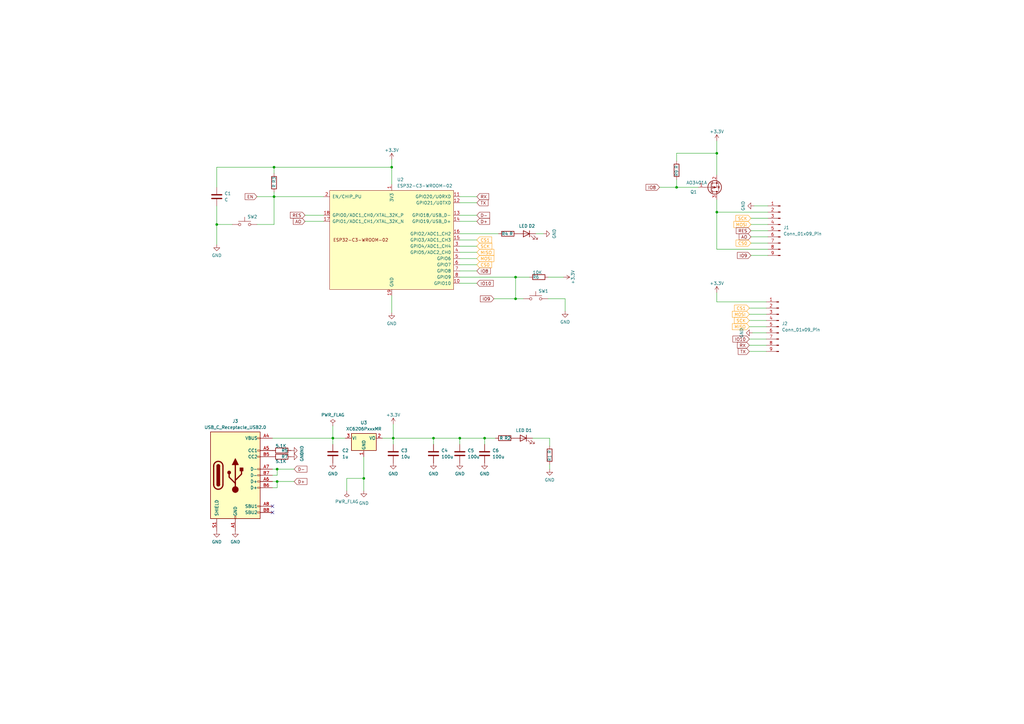
<source format=kicad_sch>
(kicad_sch (version 20230121) (generator eeschema)
  (paper "A3")
  (lib_symbols
    (symbol "Connector:Conn_01x09_Pin" (pin_names (offset 1.016) hide)
      (property "Reference" "J" (at 0 12.7 0))
      (property "Value" "Conn_01x09_Pin" (at 0 -12.7 0))
      (symbol "Conn_01x09_Pin_1_1"
        (polyline (pts (xy 1.27 -10.16) (xy 0.8636 -10.16)) (stroke (width 0.1524)))
        (polyline (pts (xy 1.27 -7.62) (xy 0.8636 -7.62)) (stroke (width 0.1524)))
        (polyline (pts (xy 1.27 -5.08) (xy 0.8636 -5.08)) (stroke (width 0.1524)))
        (polyline (pts (xy 1.27 -2.54) (xy 0.8636 -2.54)) (stroke (width 0.1524)))
        (polyline (pts (xy 1.27 0) (xy 0.8636 0)) (stroke (width 0.1524)))
        (polyline (pts (xy 1.27 2.54) (xy 0.8636 2.54)) (stroke (width 0.1524)))
        (polyline (pts (xy 1.27 5.08) (xy 0.8636 5.08)) (stroke (width 0.1524)))
        (polyline (pts (xy 1.27 7.62) (xy 0.8636 7.62)) (stroke (width 0.1524)))
        (polyline (pts (xy 1.27 10.16) (xy 0.8636 10.16)) (stroke (width 0.1524)))
        (rectangle (start 0.8636 -10.033) (end 0 -10.287) (stroke (width 0.1524)) (fill (type outline)))
        (rectangle (start 0.8636 -7.493) (end 0 -7.747) (stroke (width 0.1524)) (fill (type outline)))
        (rectangle (start 0.8636 -4.953) (end 0 -5.207) (stroke (width 0.1524)) (fill (type outline)))
        (rectangle (start 0.8636 -2.413) (end 0 -2.667) (stroke (width 0.1524)) (fill (type outline)))
        (rectangle (start 0.8636 0.127) (end 0 -0.127) (stroke (width 0.1524)) (fill (type outline)))
        (rectangle (start 0.8636 2.667) (end 0 2.413) (stroke (width 0.1524)) (fill (type outline)))
        (rectangle (start 0.8636 5.207) (end 0 4.953) (stroke (width 0.1524)) (fill (type outline)))
        (rectangle (start 0.8636 7.747) (end 0 7.493) (stroke (width 0.1524)) (fill (type outline)))
        (rectangle (start 0.8636 10.287) (end 0 10.033) (stroke (width 0.1524)) (fill (type outline)))
        (pin passive line (at 5.08 10.16 180) (length 3.81) (name "Pin_1") (number "1"))
        (pin passive line (at 5.08 7.62 180) (length 3.81) (name "Pin_2") (number "2"))
        (pin passive line (at 5.08 5.08 180) (length 3.81) (name "Pin_3") (number "3"))
        (pin passive line (at 5.08 2.54 180) (length 3.81) (name "Pin_4") (number "4"))
        (pin passive line (at 5.08 0 180) (length 3.81) (name "Pin_5") (number "5"))
        (pin passive line (at 5.08 -2.54 180) (length 3.81) (name "Pin_6") (number "6"))
        (pin passive line (at 5.08 -5.08 180) (length 3.81) (name "Pin_7") (number "7"))
        (pin passive line (at 5.08 -7.62 180) (length 3.81) (name "Pin_8") (number "8"))
        (pin passive line (at 5.08 -10.16 180) (length 3.81) (name "Pin_9") (number "9"))
      )
    )
    (symbol "Connector:USB_C_Receptacle_USB2.0" (pin_names (offset 1.016))
      (property "Reference" "J" (at -10.16 19.05 0))
      (property "Value" "USB_C_Receptacle_USB2.0" (at 19.05 19.05 0))
      (symbol "USB_C_Receptacle_USB2.0_0_0"
        (rectangle (start -0.254 -17.78) (end 0.254 -16.764))
        (rectangle (start 10.16 -14.986) (end 9.144 -15.494))
        (rectangle (start 10.16 -12.446) (end 9.144 -12.954))
        (rectangle (start 10.16 -4.826) (end 9.144 -5.334))
        (rectangle (start 10.16 -2.286) (end 9.144 -2.794))
        (rectangle (start 10.16 0.254) (end 9.144 -0.254))
        (rectangle (start 10.16 2.794) (end 9.144 2.286))
        (rectangle (start 10.16 7.874) (end 9.144 7.366))
        (rectangle (start 10.16 10.414) (end 9.144 9.906))
        (rectangle (start 10.16 15.494) (end 9.144 14.986))
      )
      (symbol "USB_C_Receptacle_USB2.0_0_1"
        (rectangle (start -10.16 17.78) (end 10.16 -17.78) (stroke (width 0.254)) (fill (type background)))
        (arc (start -8.89 -3.81) (mid -6.985 -5.7067) (end -5.08 -3.81) (stroke (width 0.508)))
        (arc (start -7.62 -3.81) (mid -6.985 -4.4423) (end -6.35 -3.81) (stroke (width 0.254)))
        (arc (start -7.62 -3.81) (mid -6.985 -4.4423) (end -6.35 -3.81) (stroke (width 0.254)) (fill (type outline)))
        (rectangle (start -7.62 -3.81) (end -6.35 3.81) (stroke (width 0.254)) (fill (type outline)))
        (arc (start -6.35 3.81) (mid -6.985 4.4423) (end -7.62 3.81) (stroke (width 0.254)))
        (arc (start -6.35 3.81) (mid -6.985 4.4423) (end -7.62 3.81) (stroke (width 0.254)) (fill (type outline)))
        (arc (start -5.08 3.81) (mid -6.985 5.7067) (end -8.89 3.81) (stroke (width 0.508)))
        (circle (center -2.54 1.143) (radius 0.635) (stroke (width 0.254)) (fill (type outline)))
        (circle (center 0 -5.842) (radius 1.27) (fill (type outline)))
        (polyline (pts (xy -8.89 -3.81) (xy -8.89 3.81)) (stroke (width 0.508)))
        (polyline (pts (xy -5.08 3.81) (xy -5.08 -3.81)) (stroke (width 0.508)))
        (polyline (pts (xy 0 -5.842) (xy 0 4.318)) (stroke (width 0.508)))
        (polyline (pts (xy 0 -3.302) (xy -2.54 -0.762) (xy -2.54 0.508)) (stroke (width 0.508)))
        (polyline (pts (xy 0 -2.032) (xy 2.54 0.508) (xy 2.54 1.778)) (stroke (width 0.508)))
        (polyline (pts (xy -1.27 4.318) (xy 0 6.858) (xy 1.27 4.318) (xy -1.27 4.318)) (stroke (width 0.254)) (fill (type outline)))
        (rectangle (start 1.905 1.778) (end 3.175 3.048) (stroke (width 0.254)) (fill (type outline)))
      )
      (symbol "USB_C_Receptacle_USB2.0_1_1"
        (pin passive line (at 0 -22.86 90) (length 5.08) (name "GND") (number "A1"))
        (pin passive line (at 0 -22.86 90) (length 5.08) hide (name "GND") (number "A12"))
        (pin passive line (at 15.24 15.24 180) (length 5.08) (name "VBUS") (number "A4"))
        (pin bidirectional line (at 15.24 10.16 180) (length 5.08) (name "CC1") (number "A5"))
        (pin bidirectional line (at 15.24 -2.54 180) (length 5.08) (name "D+") (number "A6"))
        (pin bidirectional line (at 15.24 2.54 180) (length 5.08) (name "D-") (number "A7"))
        (pin bidirectional line (at 15.24 -12.7 180) (length 5.08) (name "SBU1") (number "A8"))
        (pin passive line (at 15.24 15.24 180) (length 5.08) hide (name "VBUS") (number "A9"))
        (pin passive line (at 0 -22.86 90) (length 5.08) hide (name "GND") (number "B1"))
        (pin passive line (at 0 -22.86 90) (length 5.08) hide (name "GND") (number "B12"))
        (pin passive line (at 15.24 15.24 180) (length 5.08) hide (name "VBUS") (number "B4"))
        (pin bidirectional line (at 15.24 7.62 180) (length 5.08) (name "CC2") (number "B5"))
        (pin bidirectional line (at 15.24 -5.08 180) (length 5.08) (name "D+") (number "B6"))
        (pin bidirectional line (at 15.24 0 180) (length 5.08) (name "D-") (number "B7"))
        (pin bidirectional line (at 15.24 -15.24 180) (length 5.08) (name "SBU2") (number "B8"))
        (pin passive line (at 15.24 15.24 180) (length 5.08) hide (name "VBUS") (number "B9"))
        (pin passive line (at -7.62 -22.86 90) (length 5.08) (name "SHIELD") (number "S1"))
      )
    )
    (symbol "Device:C" (pin_numbers hide) (pin_names (offset 0.254))
      (property "Reference" "C" (at 0.635 2.54 0))
      (property "Value" "C" (at 0.635 -2.54 0))
      (symbol "C_0_1"
        (polyline (pts (xy -2.032 -0.762) (xy 2.032 -0.762)) (stroke (width 0.508)))
        (polyline (pts (xy -2.032 0.762) (xy 2.032 0.762)) (stroke (width 0.508)))
      )
      (symbol "C_1_1"
        (pin passive line (at 0 3.81 270) (length 2.794) (name "~") (number "1"))
        (pin passive line (at 0 -3.81 90) (length 2.794) (name "~") (number "2"))
      )
    )
    (symbol "Device:LED" (pin_numbers hide) (pin_names (offset 1.016) hide)
      (property "Reference" "D" (at 0 2.54 0))
      (property "Value" "LED" (at 0 -2.54 0))
      (symbol "LED_0_1"
        (polyline (pts (xy -1.27 -1.27) (xy -1.27 1.27)) (stroke (width 0.254)))
        (polyline (pts (xy -1.27 0) (xy 1.27 0)))
        (polyline (pts (xy 1.27 -1.27) (xy 1.27 1.27) (xy -1.27 0) (xy 1.27 -1.27)) (stroke (width 0.254)))
        (polyline (pts (xy -3.048 -0.762) (xy -4.572 -2.286) (xy -3.81 -2.286) (xy -4.572 -2.286) (xy -4.572 -1.524)))
        (polyline (pts (xy -1.778 -0.762) (xy -3.302 -2.286) (xy -2.54 -2.286) (xy -3.302 -2.286) (xy -3.302 -1.524)))
      )
      (symbol "LED_1_1"
        (pin passive line (at -3.81 0 0) (length 2.54) (name "K") (number "1"))
        (pin passive line (at 3.81 0 180) (length 2.54) (name "A") (number "2"))
      )
    )
    (symbol "Device:R" (pin_numbers hide) (pin_names (offset 0))
      (property "Reference" "R" (at 2.032 0 90))
      (property "Value" "R" (at 0 0 90))
      (symbol "R_0_1"
        (rectangle (start -1.016 -2.54) (end 1.016 2.54) (stroke (width 0.254)))
      )
      (symbol "R_1_1"
        (pin passive line (at 0 3.81 270) (length 1.27) (name "~") (number "1"))
        (pin passive line (at 0 -3.81 90) (length 1.27) (name "~") (number "2"))
      )
    )
    (symbol "Espressif:ESP32-C3-WROOM-02" (pin_names (offset 1.016))
      (property "Reference" "U" (at -25.4 25.4 0))
      (property "Value" "ESP32-C3-WROOM-02" (at -25.4 22.86 0))
      (symbol "ESP32-C3-WROOM-02_0_0"
        (text "ESP32-C3-WROOM-02" (at -12.7 0 0) (effects (font (size 1.27 1.27))))
      )
      (symbol "ESP32-C3-WROOM-02_0_1"
        (rectangle (start 25.4 20.32) (end -25.4 -20.32) (fill (type background)))
      )
      (symbol "ESP32-C3-WROOM-02_1_1"
        (pin power_in line (at 0 22.86 270) (length 2.54) (name "3V3") (number "1"))
        (pin bidirectional line (at 27.94 -17.78 180) (length 2.54) (name "GPIO10") (number "10"))
        (pin bidirectional line (at 27.94 17.78 180) (length 2.54) (name "GPIO20/U0RXD") (number "11"))
        (pin bidirectional line (at 27.94 15.24 180) (length 2.54) (name "GPIO21/U0TXD") (number "12"))
        (pin bidirectional line (at 27.94 10.16 180) (length 2.54) (name "GPIO18/USB_D-") (number "13"))
        (pin bidirectional line (at 27.94 7.62 180) (length 2.54) (name "GPIO19/USB_D+") (number "14"))
        (pin bidirectional line (at 27.94 0 180) (length 2.54) (name "GPIO3/ADC1_CH3") (number "15"))
        (pin bidirectional line (at 27.94 2.54 180) (length 2.54) (name "GPIO2/ADC1_CH2") (number "16"))
        (pin bidirectional line (at -27.94 7.62 0) (length 2.54) (name "GPIO1/ADC1_CH1/XTAL_32K_N") (number "17"))
        (pin bidirectional line (at -27.94 10.16 0) (length 2.54) (name "GPIO0/ADC1_CH0/XTAL_32K_P") (number "18"))
        (pin power_in line (at 0 -22.86 90) (length 2.54) (name "GND") (number "19"))
        (pin input line (at -27.94 17.78 0) (length 2.54) (name "EN/CHIP_PU") (number "2"))
        (pin bidirectional line (at 27.94 -2.54 180) (length 2.54) (name "GPIO4/ADC1_CH4") (number "3"))
        (pin bidirectional line (at 27.94 -5.08 180) (length 2.54) (name "GPIO5/ADC2_CH0") (number "4"))
        (pin bidirectional line (at 27.94 -7.62 180) (length 2.54) (name "GPIO6") (number "5"))
        (pin bidirectional line (at 27.94 -10.16 180) (length 2.54) (name "GPIO7") (number "6"))
        (pin bidirectional line (at 27.94 -12.7 180) (length 2.54) (name "GPIO8") (number "7"))
        (pin bidirectional line (at 27.94 -15.24 180) (length 2.54) (name "GPIO9") (number "8"))
        (pin passive line (at 0 -22.86 90) (length 2.54) hide (name "GND") (number "9"))
      )
    )
    (symbol "Regulator_Linear:XC6206PxxxMR" (pin_names (offset 0.254))
      (property "Reference" "U" (at -3.81 3.175 0))
      (property "Value" "XC6206PxxxMR" (at 0 3.175 0))
      (symbol "XC6206PxxxMR_0_1"
        (rectangle (start -5.08 1.905) (end 5.08 -5.08) (stroke (width 0.254)) (fill (type background)))
      )
      (symbol "XC6206PxxxMR_1_1"
        (pin power_in line (at 0 -7.62 90) (length 2.54) (name "GND") (number "1"))
        (pin power_out line (at 7.62 0 180) (length 2.54) (name "VO") (number "2"))
        (pin power_in line (at -7.62 0 0) (length 2.54) (name "VI") (number "3"))
      )
    )
    (symbol "Switch:SW_Push" (pin_numbers hide) (pin_names (offset 1.016) hide)
      (property "Reference" "SW" (at 1.27 2.54 0))
      (property "Value" "SW_Push" (at 0 -1.524 0))
      (symbol "SW_Push_0_1"
        (circle (center -2.032 0) (radius 0.508))
        (polyline (pts (xy 0 1.27) (xy 0 3.048)))
        (polyline (pts (xy 2.54 1.27) (xy -2.54 1.27)))
        (circle (center 2.032 0) (radius 0.508))
        (pin passive line (at -5.08 0 0) (length 2.54) (name "1") (number "1"))
        (pin passive line (at 5.08 0 180) (length 2.54) (name "2") (number "2"))
      )
    )
    (symbol "Transistor_FET:AO3401A" (pin_names hide)
      (property "Reference" "Q" (at 5.08 1.905 0))
      (property "Value" "AO3401A" (at 5.08 0 0))
      (symbol "AO3401A_0_1"
        (polyline (pts (xy 0.254 0) (xy -2.54 0)))
        (polyline (pts (xy 0.254 1.905) (xy 0.254 -1.905)) (stroke (width 0.254)))
        (polyline (pts (xy 0.762 -1.27) (xy 0.762 -2.286)) (stroke (width 0.254)))
        (polyline (pts (xy 0.762 0.508) (xy 0.762 -0.508)) (stroke (width 0.254)))
        (polyline (pts (xy 0.762 2.286) (xy 0.762 1.27)) (stroke (width 0.254)))
        (polyline (pts (xy 2.54 2.54) (xy 2.54 1.778)))
        (polyline (pts (xy 2.54 -2.54) (xy 2.54 0) (xy 0.762 0)))
        (polyline (pts (xy 0.762 1.778) (xy 3.302 1.778) (xy 3.302 -1.778) (xy 0.762 -1.778)))
        (polyline (pts (xy 2.286 0) (xy 1.27 0.381) (xy 1.27 -0.381) (xy 2.286 0)) (fill (type outline)))
        (polyline (pts (xy 2.794 -0.508) (xy 2.921 -0.381) (xy 3.683 -0.381) (xy 3.81 -0.254)))
        (polyline (pts (xy 3.302 -0.381) (xy 2.921 0.254) (xy 3.683 0.254) (xy 3.302 -0.381)))
        (circle (center 1.651 0) (radius 2.794) (stroke (width 0.254)))
        (circle (center 2.54 -1.778) (radius 0.254) (fill (type outline)))
        (circle (center 2.54 1.778) (radius 0.254) (fill (type outline)))
      )
      (symbol "AO3401A_1_1"
        (pin input line (at -5.08 0 0) (length 2.54) (name "G") (number "1"))
        (pin passive line (at 2.54 -5.08 90) (length 2.54) (name "S") (number "2"))
        (pin passive line (at 2.54 5.08 270) (length 2.54) (name "D") (number "3"))
      )
    )
    (symbol "power:+3.3V" (power) (pin_names (offset 0))
      (property "Value" "+3.3V" (at 0 3.556 0))
      (symbol "+3.3V_0_1"
        (polyline (pts (xy -0.762 1.27) (xy 0 2.54)))
        (polyline (pts (xy 0 0) (xy 0 2.54)))
        (polyline (pts (xy 0 2.54) (xy 0.762 1.27)))
      )
      (symbol "+3.3V_1_1"
        (pin power_in line (at 0 0 90) (length 0) hide (name "+3.3V") (number "1"))
      )
    )
    (symbol "power:GND" (power) (pin_names (offset 0))
      (property "Value" "GND" (at 0 -3.81 0))
      (symbol "GND_0_1"
        (polyline (pts (xy 0 0) (xy 0 -1.27) (xy 1.27 -1.27) (xy 0 -2.54) (xy -1.27 -1.27) (xy 0 -1.27)))
      )
      (symbol "GND_1_1"
        (pin power_in line (at 0 0 270) (length 0) hide (name "GND") (number "1"))
      )
    )
    (symbol "power:PWR_FLAG" (power) (pin_numbers hide) (pin_names (offset 0) hide)
      (property "Value" "PWR_FLAG" (at 0 3.81 0))
      (symbol "PWR_FLAG_0_0"
        (pin power_out line (at 0 0 90) (length 0) (name "pwr") (number "1"))
      )
      (symbol "PWR_FLAG_0_1"
        (polyline (pts (xy 0 0) (xy 0 1.27) (xy -1.016 1.905) (xy 0 2.54) (xy 1.016 1.905) (xy 0 1.27)))
      )
    )
  )
  (junction (at 160.655 68.58))
  (junction (at 211.455 113.665))
  (junction (at 112.395 80.645))
  (junction (at 211.455 122.555))
  (junction (at 112.395 68.58))
  (junction (at 294.005 62.865))
  (junction (at 113.665 192.405))
  (junction (at 294.005 86.995))
  (junction (at 161.29 179.705))
  (junction (at 177.8 179.705))
  (junction (at 188.595 179.705))
  (junction (at 277.495 76.835))
  (junction (at 198.755 179.705))
  (junction (at 88.9 92.075))
  (junction (at 136.525 179.705))
  (junction (at 113.665 197.485))
  (junction (at 149.225 196.215))
  (no_connect (at 111.76 210.185))
  (no_connect (at 111.76 207.645))
  (wire (pts (xy 195.58 103.505) (xy 188.595 103.505)))
  (wire (pts (xy 161.29 179.705) (xy 161.29 182.245)))
  (wire (pts (xy 136.525 174.625) (xy 136.525 179.705)))
  (wire (pts (xy 125.095 90.805) (xy 132.715 90.805)))
  (wire (pts (xy 294.005 62.865) (xy 294.005 71.755)))
  (wire (pts (xy 142.24 201.295) (xy 142.24 196.215)))
  (wire (pts (xy 188.595 179.705) (xy 198.755 179.705)))
  (wire (pts (xy 277.495 73.66) (xy 277.495 76.835)))
  (wire (pts (xy 219.71 95.885) (xy 222.885 95.885)))
  (wire (pts (xy 307.34 128.905) (xy 314.325 128.905)))
  (wire (pts (xy 307.975 94.615) (xy 314.96 94.615)))
  (wire (pts (xy 112.395 68.58) (xy 112.395 71.12)))
  (wire (pts (xy 111.76 200.025) (xy 113.665 200.025)))
  (wire (pts (xy 112.395 68.58) (xy 160.655 68.58)))
  (wire (pts (xy 307.34 126.365) (xy 314.325 126.365)))
  (wire (pts (xy 294.005 102.235) (xy 294.005 86.995)))
  (wire (pts (xy 88.9 84.455) (xy 88.9 92.075)))
  (wire (pts (xy 112.395 80.645) (xy 132.715 80.645)))
  (wire (pts (xy 294.005 57.785) (xy 294.005 62.865)))
  (wire (pts (xy 113.665 197.485) (xy 120.65 197.485)))
  (wire (pts (xy 88.9 92.075) (xy 88.9 100.33)))
  (wire (pts (xy 277.495 76.835) (xy 270.51 76.835)))
  (wire (pts (xy 142.24 196.215) (xy 149.225 196.215)))
  (wire (pts (xy 277.495 62.865) (xy 294.005 62.865)))
  (wire (pts (xy 309.245 84.455) (xy 314.96 84.455)))
  (wire (pts (xy 277.495 66.04) (xy 277.495 62.865)))
  (wire (pts (xy 111.76 197.485) (xy 113.665 197.485)))
  (wire (pts (xy 113.665 194.945) (xy 113.665 192.405)))
  (wire (pts (xy 188.595 83.185) (xy 195.58 83.185)))
  (wire (pts (xy 112.395 78.74) (xy 112.395 80.645)))
  (wire (pts (xy 161.29 173.99) (xy 161.29 179.705)))
  (wire (pts (xy 113.665 200.025) (xy 113.665 197.485)))
  (wire (pts (xy 160.655 65.405) (xy 160.655 68.58)))
  (wire (pts (xy 188.595 88.265) (xy 195.58 88.265)))
  (wire (pts (xy 111.76 192.405) (xy 113.665 192.405)))
  (wire (pts (xy 225.425 179.705) (xy 218.44 179.705)))
  (wire (pts (xy 308.61 136.525) (xy 314.325 136.525)))
  (wire (pts (xy 111.76 194.945) (xy 113.665 194.945)))
  (wire (pts (xy 88.9 76.835) (xy 88.9 68.58)))
  (wire (pts (xy 231.775 122.555) (xy 231.775 127.635)))
  (wire (pts (xy 113.665 192.405) (xy 120.65 192.405)))
  (wire (pts (xy 198.755 179.705) (xy 203.2 179.705)))
  (wire (pts (xy 161.29 179.705) (xy 177.8 179.705)))
  (wire (pts (xy 112.395 92.075) (xy 112.395 80.645)))
  (wire (pts (xy 88.9 92.075) (xy 95.25 92.075)))
  (wire (pts (xy 294.005 102.235) (xy 314.96 102.235)))
  (wire (pts (xy 286.385 76.835) (xy 277.495 76.835)))
  (wire (pts (xy 177.8 179.705) (xy 188.595 179.705)))
  (wire (pts (xy 211.455 113.665) (xy 211.455 122.555)))
  (wire (pts (xy 224.79 122.555) (xy 231.775 122.555)))
  (wire (pts (xy 307.34 133.985) (xy 314.325 133.985)))
  (wire (pts (xy 314.325 144.145) (xy 307.34 144.145)))
  (wire (pts (xy 149.225 187.325) (xy 149.225 196.215)))
  (wire (pts (xy 188.595 90.805) (xy 195.58 90.805)))
  (wire (pts (xy 188.595 80.645) (xy 195.58 80.645)))
  (wire (pts (xy 195.58 108.585) (xy 188.595 108.585)))
  (wire (pts (xy 160.655 68.58) (xy 160.655 75.565)))
  (wire (pts (xy 111.76 179.705) (xy 136.525 179.705)))
  (wire (pts (xy 294.005 81.915) (xy 294.005 86.995)))
  (wire (pts (xy 160.655 121.285) (xy 160.655 128.27)))
  (wire (pts (xy 177.8 179.705) (xy 177.8 182.245)))
  (wire (pts (xy 307.975 97.155) (xy 314.96 97.155)))
  (wire (pts (xy 307.34 139.065) (xy 314.325 139.065)))
  (wire (pts (xy 156.845 179.705) (xy 161.29 179.705)))
  (wire (pts (xy 195.58 106.045) (xy 188.595 106.045)))
  (wire (pts (xy 105.41 92.075) (xy 112.395 92.075)))
  (wire (pts (xy 188.595 116.205) (xy 195.58 116.205)))
  (wire (pts (xy 294.005 120.015) (xy 294.005 123.825)))
  (wire (pts (xy 294.005 123.825) (xy 314.325 123.825)))
  (wire (pts (xy 136.525 179.705) (xy 136.525 182.245)))
  (wire (pts (xy 307.975 89.535) (xy 314.96 89.535)))
  (wire (pts (xy 188.595 98.425) (xy 195.58 98.425)))
  (wire (pts (xy 195.58 100.965) (xy 188.595 100.965)))
  (wire (pts (xy 307.975 104.775) (xy 314.96 104.775)))
  (wire (pts (xy 188.595 111.125) (xy 195.58 111.125)))
  (wire (pts (xy 225.425 182.88) (xy 225.425 179.705)))
  (wire (pts (xy 188.595 95.885) (xy 204.47 95.885)))
  (wire (pts (xy 211.455 122.555) (xy 214.63 122.555)))
  (wire (pts (xy 136.525 179.705) (xy 141.605 179.705)))
  (wire (pts (xy 307.34 131.445) (xy 314.325 131.445)))
  (wire (pts (xy 149.225 201.295) (xy 149.225 196.215)))
  (wire (pts (xy 88.9 68.58) (xy 112.395 68.58)))
  (wire (pts (xy 211.455 113.665) (xy 217.17 113.665)))
  (wire (pts (xy 211.455 122.555) (xy 202.565 122.555)))
  (wire (pts (xy 125.095 88.265) (xy 132.715 88.265)))
  (wire (pts (xy 224.79 113.665) (xy 231.14 113.665)))
  (wire (pts (xy 105.41 80.645) (xy 112.395 80.645)))
  (wire (pts (xy 211.455 113.665) (xy 188.595 113.665)))
  (wire (pts (xy 294.005 86.995) (xy 314.96 86.995)))
  (wire (pts (xy 307.975 92.075) (xy 314.96 92.075)))
  (wire (pts (xy 198.755 179.705) (xy 198.755 182.245)))
  (wire (pts (xy 188.595 179.705) (xy 188.595 182.245)))
  (wire (pts (xy 225.425 190.5) (xy 225.425 192.405)))
  (wire (pts (xy 307.975 99.695) (xy 314.96 99.695)))
  (wire (pts (xy 314.325 141.605) (xy 307.34 141.605)))
  (global_label "MOSI" (shape input) (at 307.34 128.905 180) (property "Intersheetrefs" "${INTERSHEET_REFS}" (effects hide)))
  (global_label "D-" (shape input) (at 120.65 192.405 0) (property "Intersheetrefs" "${INTERSHEET_REFS}" (effects hide)))
  (global_label "IO8" (shape input) (at 270.51 76.835 180) (property "Intersheetrefs" "${INTERSHEET_REFS}" (effects hide)))
  (global_label "MISO" (shape input) (at 195.58 103.505 0) (property "Intersheetrefs" "${INTERSHEET_REFS}" (effects hide)))
  (global_label "RES" (shape input) (at 307.975 94.615 180) (property "Intersheetrefs" "${INTERSHEET_REFS}" (effects hide)))
  (global_label "MOSI" (shape input) (at 307.975 92.075 180) (property "Intersheetrefs" "${INTERSHEET_REFS}" (effects hide)))
  (global_label "IO9" (shape input) (at 307.975 104.775 180) (property "Intersheetrefs" "${INTERSHEET_REFS}" (effects hide)))
  (global_label "CS1" (shape input) (at 195.58 98.425 0) (property "Intersheetrefs" "${INTERSHEET_REFS}" (effects hide)))
  (global_label "SCK" (shape input) (at 307.34 131.445 180) (property "Intersheetrefs" "${INTERSHEET_REFS}" (effects hide)))
  (global_label "TX" (shape input) (at 195.58 83.185 0) (property "Intersheetrefs" "${INTERSHEET_REFS}" (effects hide)))
  (global_label "RX" (shape input) (at 307.34 141.605 180) (property "Intersheetrefs" "${INTERSHEET_REFS}" (effects hide)))
  (global_label "IO9" (shape input) (at 202.565 122.555 180) (property "Intersheetrefs" "${INTERSHEET_REFS}" (effects hide)))
  (global_label "AO" (shape input) (at 307.975 97.155 180) (property "Intersheetrefs" "${INTERSHEET_REFS}" (effects hide)))
  (global_label "MOSI" (shape input) (at 195.58 106.045 0) (property "Intersheetrefs" "${INTERSHEET_REFS}" (effects hide)))
  (global_label "TX" (shape input) (at 307.34 144.145 180) (property "Intersheetrefs" "${INTERSHEET_REFS}" (effects hide)))
  (global_label "IO8" (shape input) (at 195.58 111.125 0) (property "Intersheetrefs" "${INTERSHEET_REFS}" (effects hide)))
  (global_label "MISO" (shape input) (at 307.34 133.985 180) (property "Intersheetrefs" "${INTERSHEET_REFS}" (effects hide)))
  (global_label "D+" (shape input) (at 120.65 197.485 0) (property "Intersheetrefs" "${INTERSHEET_REFS}" (effects hide)))
  (global_label "IO10" (shape input) (at 195.58 116.205 0) (property "Intersheetrefs" "${INTERSHEET_REFS}" (effects hide)))
  (global_label "RES" (shape input) (at 125.095 88.265 180) (property "Intersheetrefs" "${INTERSHEET_REFS}" (effects hide)))
  (global_label "SCK" (shape input) (at 307.975 89.535 180) (property "Intersheetrefs" "${INTERSHEET_REFS}" (effects hide)))
  (global_label "D-" (shape input) (at 195.58 88.265 0) (property "Intersheetrefs" "${INTERSHEET_REFS}" (effects hide)))
  (global_label "IO10" (shape input) (at 307.34 139.065 180) (property "Intersheetrefs" "${INTERSHEET_REFS}" (effects hide)))
  (global_label "CS1" (shape input) (at 307.34 126.365 180) (property "Intersheetrefs" "${INTERSHEET_REFS}" (effects hide)))
  (global_label "RX" (shape input) (at 195.58 80.645 0) (property "Intersheetrefs" "${INTERSHEET_REFS}" (effects hide)))
  (global_label "CS0" (shape input) (at 195.58 108.585 0) (property "Intersheetrefs" "${INTERSHEET_REFS}" (effects hide)))
  (global_label "CS0" (shape input) (at 307.975 99.695 180) (property "Intersheetrefs" "${INTERSHEET_REFS}" (effects hide)))
  (global_label "SCK" (shape input) (at 195.58 100.965 0) (property "Intersheetrefs" "${INTERSHEET_REFS}" (effects hide)))
  (global_label "D+" (shape input) (at 195.58 90.805 0) (property "Intersheetrefs" "${INTERSHEET_REFS}" (effects hide)))
  (global_label "EN" (shape input) (at 105.41 80.645 180) (property "Intersheetrefs" "${INTERSHEET_REFS}" (effects hide)))
  (global_label "AO" (shape input) (at 125.095 90.805 180) (property "Intersheetrefs" "${INTERSHEET_REFS}" (effects hide)))
  (symbol (lib_id "Transistor_FET:AO3401A") (at 291.465 76.835 0) (mirror x) (unit 1)
    (property "Reference" "Q1" (at 284.48 78.74 0))
    (property "Value" "AO3401A" (at 285.75 74.93 0))
    (property "Footprint" "Package_TO_SOT_SMD:SOT-23" (effects hide))
    (property "Datasheet" "http://www.aosmd.com/pdfs/datasheet/AO3401A.pdf" (effects hide))
  )
  (symbol (lib_id "Device:C") (at 136.525 186.055 0) (unit 1)
    (property "Reference" "C2" (at 140.335 184.785 0) (effects (justify left)))
    (property "Value" "1u" (at 140.335 187.325 0) (effects (justify left)))
    (property "Footprint" "Capacitor_SMD:C_0603_1608Metric" (effects hide))
  )
  (symbol (lib_id "Connector:Conn_01x09_Pin") (at 320.04 94.615 0) (mirror y) (unit 1)
    (property "Reference" "J1" (at 321.31 93.345 0) (effects (justify right)))
    (property "Value" "Conn_01x09_Pin" (at 321.31 95.885 0) (effects (justify right)))
    (property "Footprint" "Connector_PinHeader_2.54mm:PinHeader_1x09_P2.54mm_Vertical" (effects hide))
  )
  (symbol (lib_id "Device:C") (at 198.755 186.055 0) (unit 1)
    (property "Reference" "C6" (at 201.93 184.785 0) (effects (justify left)))
    (property "Value" "100u" (at 201.93 187.325 0) (effects (justify left)))
    (property "Footprint" "Capacitor_SMD:C_1206_3216Metric" (effects hide))
  )
  (symbol (lib_id "Device:R") (at 112.395 74.93 0) (mirror x) (unit 1)
    (property "Reference" "R3" (at 112.395 72.39 90) (effects (justify left)))
    (property "Value" "R" (at 112.395 75.565 90) (effects (justify left)))
    (property "Footprint" "Resistor_SMD:R_0603_1608Metric" (effects hide))
  )
  (symbol (lib_id "Switch:SW_Push") (at 100.33 92.075 0) (mirror y) (unit 1)
    (property "Reference" "SW2" (at 103.505 88.9 0))
    (property "Value" "SW_Push" (effects hide))
    (property "Footprint" "Button_Switch_SMD:SW_SPST_PTS810" (effects hide))
  )
  (symbol (lib_id "power:GND") (at 119.38 187.325 90) (unit 1)
    (property "Reference" "#PWR013" (effects hide))
    (property "Value" "GND" (at 123.825 187.325 0))
  )
  (symbol (lib_id "Device:R") (at 115.57 187.325 90) (unit 1)
    (property "Reference" "R7" (at 118.11 187.325 90) (effects (justify left)))
    (property "Value" "5.1K" (at 117.475 189.23 90) (effects (justify left)))
    (property "Footprint" "Resistor_SMD:R_0603_1608Metric" (effects hide))
  )
  (symbol (lib_id "Device:R") (at 115.57 184.785 90) (unit 1)
    (property "Reference" "R5" (at 118.11 184.785 90) (effects (justify left)))
    (property "Value" "5.1K" (at 117.475 182.88 90) (effects (justify left)))
    (property "Footprint" "Resistor_SMD:R_0603_1608Metric" (effects hide))
  )
  (symbol (lib_id "Connector:USB_C_Receptacle_USB2.0") (at 96.52 194.945 0) (unit 1)
    (property "Reference" "J3" (at 96.52 172.72 0))
    (property "Value" "USB_C_Receptacle_USB2.0" (at 96.52 175.26 0))
    (property "Footprint" "Connector_USB:USB_C_Receptacle_HRO_TYPE-C-31-M-12" (effects hide))
    (property "Datasheet" "https://www.usb.org/sites/default/files/documents/usb_type-c.zip" (effects hide))
  )
  (symbol (lib_id "power:GND") (at 96.52 217.805 0) (unit 1)
    (property "Reference" "#PWR010" (effects hide))
    (property "Value" "GND" (at 96.52 222.25 0))
  )
  (symbol (lib_id "power:GND") (at 222.885 95.885 90) (unit 1)
    (property "Reference" "#PWR012" (effects hide))
    (property "Value" "GND" (at 227.33 95.885 0))
  )
  (symbol (lib_id "power:+3.3V") (at 161.29 173.99 0) (unit 1)
    (property "Reference" "#PWR020" (effects hide))
    (property "Value" "+3.3V" (at 161.29 170.18 0))
  )
  (symbol (lib_id "power:GND") (at 308.61 136.525 270) (unit 1)
    (property "Reference" "#PWR02" (effects hide))
    (property "Value" "GND" (at 304.165 136.525 0))
  )
  (symbol (lib_id "power:+3.3V") (at 294.005 57.785 0) (unit 1)
    (property "Reference" "#PWR07" (effects hide))
    (property "Value" "+3.3V" (at 294.005 53.975 0))
  )
  (symbol (lib_id "power:GND") (at 119.38 184.785 90) (mirror x) (unit 1)
    (property "Reference" "#PWR011" (effects hide))
    (property "Value" "GND" (at 123.825 184.785 0))
  )
  (symbol (lib_id "Device:R") (at 277.495 69.85 0) (mirror y) (unit 1)
    (property "Reference" "R9" (at 277.495 72.39 90) (effects (justify left)))
    (property "Value" "R" (at 277.495 69.215 90) (effects (justify left)))
    (property "Footprint" "Resistor_SMD:R_0603_1608Metric" (effects hide))
  )
  (symbol (lib_id "power:+3.3V") (at 160.655 65.405 0) (unit 1)
    (property "Reference" "#PWR03" (effects hide))
    (property "Value" "+3.3V" (at 160.655 61.595 0))
  )
  (symbol (lib_id "power:GND") (at 161.29 189.865 0) (unit 1)
    (property "Reference" "#PWR019" (effects hide))
    (property "Value" "GND" (at 161.29 194.31 0))
  )
  (symbol (lib_id "Device:C") (at 188.595 186.055 0) (unit 1)
    (property "Reference" "C5" (at 191.77 184.785 0) (effects (justify left)))
    (property "Value" "100u" (at 191.77 187.325 0) (effects (justify left)))
    (property "Footprint" "Capacitor_SMD:C_1206_3216Metric" (effects hide))
  )
  (symbol (lib_id "Device:R") (at 220.98 113.665 270) (mirror x) (unit 1)
    (property "Reference" "R6" (at 218.44 113.665 90) (effects (justify left)))
    (property "Value" "10K" (at 218.44 111.76 90) (effects (justify left)))
    (property "Footprint" "Resistor_SMD:R_0603_1608Metric" (effects hide))
  )
  (symbol (lib_id "power:GND") (at 88.9 217.805 0) (unit 1)
    (property "Reference" "#PWR06" (effects hide))
    (property "Value" "GND" (at 88.9 222.25 0))
  )
  (symbol (lib_id "power:PWR_FLAG") (at 142.24 201.295 0) (mirror x) (unit 1)
    (property "Reference" "#FLG02" (effects hide))
    (property "Value" "PWR_FLAG" (at 142.24 205.74 0))
  )
  (symbol (lib_id "Device:R") (at 207.01 179.705 90) (unit 1)
    (property "Reference" "R2" (at 209.55 179.705 90) (effects (justify left)))
    (property "Value" "R" (at 206.375 179.705 90) (effects (justify left)))
    (property "Footprint" "Resistor_SMD:R_0603_1608Metric" (effects hide))
  )
  (symbol (lib_id "Device:R") (at 225.425 186.69 0) (unit 1)
    (property "Reference" "R1" (at 225.425 189.23 90) (effects (justify left)))
    (property "Value" "R" (at 225.425 186.055 90) (effects (justify left)))
    (property "Footprint" "A_SensorNode:Jumpper" (effects hide))
  )
  (symbol (lib_id "Device:C") (at 88.9 80.645 0) (unit 1)
    (property "Reference" "C1" (at 92.075 79.375 0) (effects (justify left)))
    (property "Value" "C" (at 92.075 81.915 0) (effects (justify left)))
    (property "Footprint" "Capacitor_SMD:C_0603_1608Metric" (effects hide))
  )
  (symbol (lib_id "power:GND") (at 188.595 189.865 0) (unit 1)
    (property "Reference" "#PWR021" (effects hide))
    (property "Value" "GND" (at 188.595 194.31 0))
  )
  (symbol (lib_id "power:GND") (at 198.755 189.865 0) (unit 1)
    (property "Reference" "#PWR022" (effects hide))
    (property "Value" "GND" (at 198.755 194.31 0))
  )
  (symbol (lib_id "Switch:SW_Push") (at 219.71 122.555 0) (mirror y) (unit 1)
    (property "Reference" "SW1" (at 222.885 119.38 0))
    (property "Value" "SW_Push" (effects hide))
    (property "Footprint" "Button_Switch_SMD:SW_SPST_PTS810" (effects hide))
  )
  (symbol (lib_id "Regulator_Linear:XC6206PxxxMR") (at 149.225 179.705 0) (unit 1)
    (property "Reference" "U3" (at 149.225 173.355 0))
    (property "Value" "XC6206PxxxMR" (at 149.225 175.895 0))
    (property "Footprint" "Package_TO_SOT_SMD:SOT-23-3" (effects hide))
    (property "Datasheet" "https://www.torexsemi.com/file/xc6206/XC6206.pdf" (effects hide))
  )
  (symbol (lib_id "Device:LED") (at 215.9 95.885 0) (mirror y) (unit 1)
    (property "Reference" "D2" (at 218.1225 92.71 0))
    (property "Value" "LED" (at 214.63 92.71 0))
    (property "Footprint" "LED_SMD:LED_0603_1608Metric" (effects hide))
  )
  (symbol (lib_id "power:GND") (at 225.425 192.405 0) (mirror y) (unit 1)
    (property "Reference" "#PWR09" (effects hide))
    (property "Value" "GND" (at 225.425 196.85 0))
  )
  (symbol (lib_id "Device:C") (at 161.29 186.055 0) (unit 1)
    (property "Reference" "C3" (at 164.465 184.785 0) (effects (justify left)))
    (property "Value" "10u" (at 164.465 187.325 0) (effects (justify left)))
    (property "Footprint" "Capacitor_SMD:C_0603_1608Metric" (effects hide))
  )
  (symbol (lib_id "power:GND") (at 160.655 128.27 0) (unit 1)
    (property "Reference" "#PWR04" (effects hide))
    (property "Value" "GND" (at 160.655 132.715 0))
  )
  (symbol (lib_id "power:PWR_FLAG") (at 136.525 174.625 0) (mirror y) (unit 1)
    (property "Reference" "#FLG01" (effects hide))
    (property "Value" "PWR_FLAG" (at 136.525 170.18 0))
  )
  (symbol (lib_id "Device:C") (at 177.8 186.055 0) (unit 1)
    (property "Reference" "C4" (at 180.975 184.785 0) (effects (justify left)))
    (property "Value" "100u" (at 180.975 187.325 0) (effects (justify left)))
    (property "Footprint" "Capacitor_SMD:C_1206_3216Metric" (effects hide))
  )
  (symbol (lib_id "power:GND") (at 177.8 189.865 0) (unit 1)
    (property "Reference" "#PWR017" (effects hide))
    (property "Value" "GND" (at 177.8 194.31 0))
  )
  (symbol (lib_id "Device:LED") (at 214.63 179.705 0) (mirror y) (unit 1)
    (property "Reference" "D1" (at 216.8525 176.53 0))
    (property "Value" "LED" (at 213.36 176.53 0))
    (property "Footprint" "LED_SMD:LED_0603_1608Metric" (effects hide))
  )
  (symbol (lib_id "power:GND") (at 149.225 201.295 0) (mirror y) (unit 1)
    (property "Reference" "#PWR018" (effects hide))
    (property "Value" "GND" (at 149.225 206.375 0))
  )
  (symbol (lib_id "Device:R") (at 208.28 95.885 270) (mirror x) (unit 1)
    (property "Reference" "R4" (at 205.74 95.885 90) (effects (justify left)))
    (property "Value" "R" (at 208.915 95.885 90) (effects (justify left)))
    (property "Footprint" "Resistor_SMD:R_0603_1608Metric" (effects hide))
  )
  (symbol (lib_id "Connector:Conn_01x09_Pin") (at 319.405 133.985 0) (mirror y) (unit 1)
    (property "Reference" "J2" (at 320.675 132.715 0) (effects (justify right)))
    (property "Value" "Conn_01x09_Pin" (at 320.675 135.255 0) (effects (justify right)))
    (property "Footprint" "Connector_PinHeader_2.54mm:PinHeader_1x09_P2.54mm_Vertical" (effects hide))
  )
  (symbol (lib_id "power:+3.3V") (at 231.14 113.665 270) (unit 1)
    (property "Reference" "#PWR016" (effects hide))
    (property "Value" "+3.3V" (at 234.95 113.665 0))
  )
  (symbol (lib_id "power:GND") (at 88.9 100.33 0) (unit 1)
    (property "Reference" "#PWR015" (effects hide))
    (property "Value" "GND" (at 88.9 104.775 0))
  )
  (symbol (lib_id "Espressif:ESP32-C3-WROOM-02") (at 160.655 98.425 0) (unit 1)
    (property "Reference" "U2" (at 162.8491 73.66 0) (effects (justify left)))
    (property "Value" "ESP32-C3-WROOM-02" (at 162.8491 76.2 0) (effects (justify left)))
    (property "Footprint" "ESP32-C3:MODULE_ESP32-C3-WROOM-02-H4" (effects hide))
    (property "Datasheet" "https://www.espressif.com/sites/default/files/documentation/esp32-c3-wroom-02_datasheet_en.pdf" (effects hide))
  )
  (symbol (lib_id "power:GND") (at 309.245 84.455 270) (unit 1)
    (property "Reference" "#PWR05" (effects hide))
    (property "Value" "GND" (at 304.8 84.455 0))
  )
  (symbol (lib_id "power:GND") (at 231.775 127.635 0) (unit 1)
    (property "Reference" "#PWR08" (effects hide))
    (property "Value" "GND" (at 231.775 132.08 0))
  )
  (symbol (lib_id "power:+3.3V") (at 294.005 120.015 0) (unit 1)
    (property "Reference" "#PWR01" (effects hide))
    (property "Value" "+3.3V" (at 294.005 116.205 0))
  )
  (symbol (lib_id "power:GND") (at 136.525 189.865 0) (unit 1)
    (property "Reference" "#PWR014" (effects hide))
    (property "Value" "GND" (at 136.525 194.31 0))
  )
)
</source>
